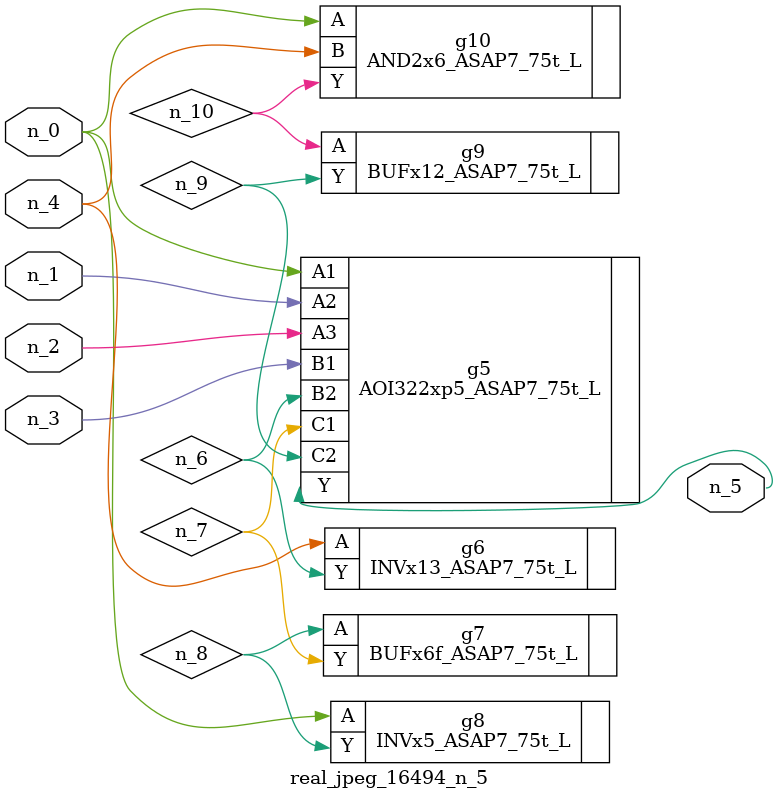
<source format=v>
module real_jpeg_16494_n_5 (n_4, n_0, n_1, n_2, n_3, n_5);

input n_4;
input n_0;
input n_1;
input n_2;
input n_3;

output n_5;

wire n_8;
wire n_6;
wire n_7;
wire n_10;
wire n_9;

AOI322xp5_ASAP7_75t_L g5 ( 
.A1(n_0),
.A2(n_1),
.A3(n_2),
.B1(n_3),
.B2(n_6),
.C1(n_7),
.C2(n_9),
.Y(n_5)
);

INVx5_ASAP7_75t_L g8 ( 
.A(n_0),
.Y(n_8)
);

AND2x6_ASAP7_75t_L g10 ( 
.A(n_0),
.B(n_4),
.Y(n_10)
);

INVx13_ASAP7_75t_L g6 ( 
.A(n_4),
.Y(n_6)
);

BUFx6f_ASAP7_75t_L g7 ( 
.A(n_8),
.Y(n_7)
);

BUFx12_ASAP7_75t_L g9 ( 
.A(n_10),
.Y(n_9)
);


endmodule
</source>
